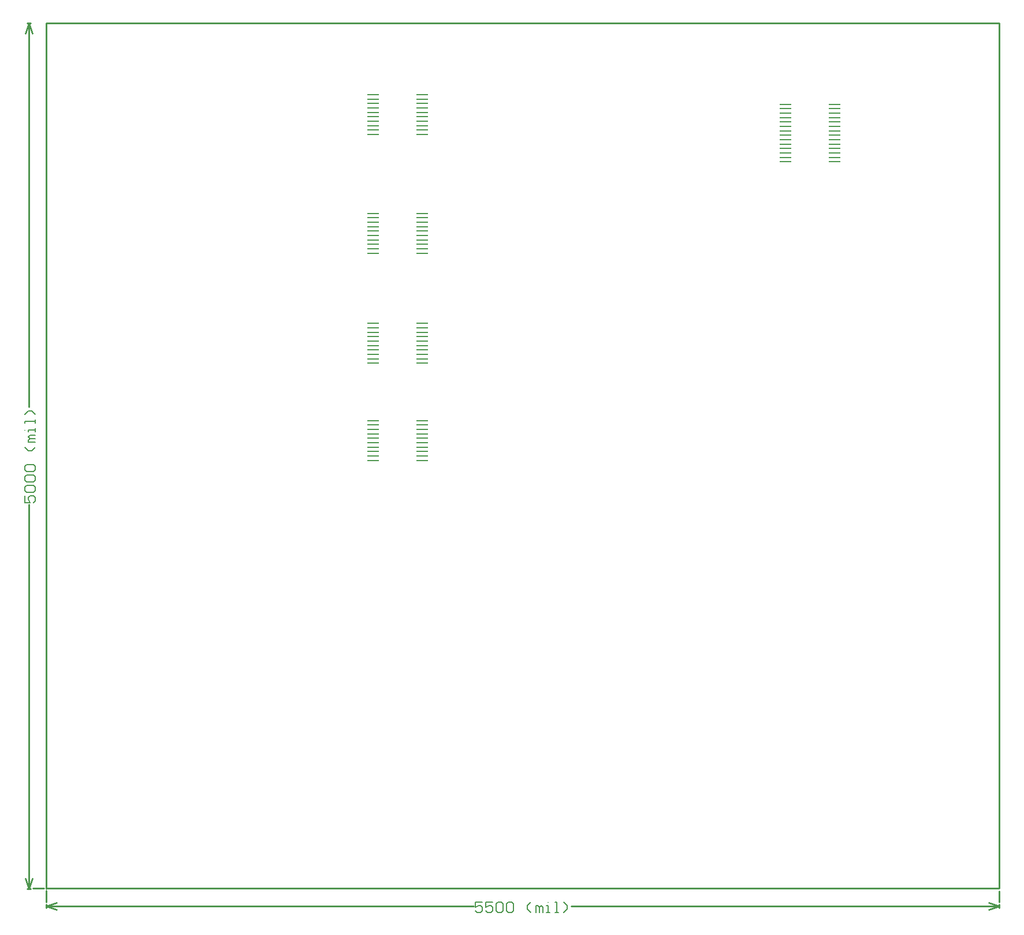
<source format=gtp>
*%FSLAX25Y25*%
*%MOIN*%
G01*
%ADD11C,0.00500*%
%ADD12C,0.00600*%
%ADD13C,0.00733*%
%ADD14C,0.00800*%
%ADD15C,0.00900*%
%ADD16C,0.01000*%
%ADD17C,0.01200*%
%ADD18C,0.01500*%
%ADD19C,0.01600*%
%ADD20C,0.01969*%
%ADD21C,0.02000*%
%ADD22C,0.02500*%
%ADD23C,0.03000*%
%ADD24C,0.03200*%
%ADD25C,0.03800*%
%ADD26C,0.04000*%
%ADD27C,0.04600*%
%ADD28C,0.05000*%
%ADD29C,0.05200*%
%ADD30C,0.06000*%
%ADD31C,0.06000*%
%ADD32C,0.06200*%
%ADD33C,0.06800*%
%ADD34C,0.07000*%
%ADD35C,0.07200*%
%ADD36C,0.07500*%
%ADD37C,0.07800*%
%ADD38C,0.08000*%
%ADD39C,0.08000*%
%ADD40C,0.08300*%
%ADD41C,0.08800*%
%ADD42C,0.09200*%
%ADD43C,0.10000*%
%ADD44C,0.10000*%
%ADD45C,0.10200*%
%ADD46C,0.10800*%
%ADD47C,0.11500*%
%ADD48C,0.12000*%
%ADD49C,0.12800*%
%ADD50C,0.13000*%
%ADD51C,0.13800*%
%ADD52C,0.14000*%
%ADD53C,0.15000*%
%ADD54C,0.15000*%
%ADD55C,0.15600*%
%ADD56C,0.15800*%
%ADD57C,0.16000*%
%ADD58C,0.18000*%
%ADD59C,0.18800*%
%ADD60C,0.19600*%
%ADD61C,0.25000*%
%ADD62C,0.25000*%
%ADD63R,0.06000X0.06000*%
%ADD64R,0.06800X0.06800*%
%ADD65R,0.07000X0.07000*%
%ADD66R,0.07500X0.07500*%
%ADD67R,0.07800X0.07800*%
%ADD68R,0.08000X0.08000*%
%ADD69R,0.08300X0.08300*%
%ADD70R,0.08800X0.08800*%
%ADD71O,0.07274X0.00975*%
%ADD72O,0.07274X0.00975*%
%ADD73O,0.07874X0.01575*%
%ADD74O,0.07874X0.01575*%
%ADD75O,0.08674X0.02375*%
%ADD76O,0.08674X0.02375*%
D12*
X87801Y322709D02*
Y326707D01*
Y322709D02*
X90800D01*
X89800Y324708D01*
Y325708D01*
X90800Y326707D01*
X92799D01*
X93799Y325708D01*
Y323708D01*
X92799Y322709D01*
X88801Y328707D02*
X87801Y329706D01*
Y331706D01*
X88801Y332705D01*
X92799D01*
X93799Y331706D01*
Y329706D01*
X92799Y328707D01*
X88801D01*
Y334705D02*
X87801Y335704D01*
Y337704D01*
X88801Y338703D01*
X92799D01*
X93799Y337704D01*
Y335704D01*
X92799Y334705D01*
X88801D01*
Y340703D02*
X87801Y341702D01*
Y343702D01*
X88801Y344702D01*
X92799D01*
X93799Y343702D01*
Y341702D01*
X92799Y340703D01*
X88801D01*
X91800Y352699D02*
X93799Y354698D01*
X91800Y352699D02*
X89800D01*
X87801Y354698D01*
X89800Y357697D02*
X93799D01*
X89800D02*
Y358697D01*
X90800Y359697D01*
X93799D01*
X90800D01*
X89800Y360696D01*
X90800Y361696D01*
X93799D01*
Y363695D02*
Y365695D01*
Y364695D01*
X89800D01*
Y363695D01*
X87801Y364695D02*
X87802D01*
X93799Y368694D02*
Y370693D01*
Y369693D01*
X87801D01*
Y368694D01*
X93799Y373692D02*
X91800Y375691D01*
X89800D01*
X87801Y373692D01*
X347909Y92199D02*
X351907D01*
X347909D02*
Y89200D01*
X349908Y90200D01*
X350908D01*
X351907Y89200D01*
Y87201D01*
X350908Y86201D01*
X348908D01*
X347909Y87201D01*
X353907Y92199D02*
X357905D01*
X353907D02*
Y89200D01*
X355906Y90200D01*
X356906D01*
X357905Y89200D01*
Y87201D01*
X356906Y86201D01*
X354906D01*
X353907Y87201D01*
X359905Y91199D02*
X360904Y92199D01*
X362904D01*
X363903Y91199D01*
Y87201D01*
X362904Y86201D01*
X360904D01*
X359905Y87201D01*
Y91199D01*
X365903D02*
X366902Y92199D01*
X368902D01*
X369902Y91199D01*
Y87201D01*
X368902Y86201D01*
X366902D01*
X365903Y87201D01*
Y91199D01*
X377899Y88200D02*
X379898Y86201D01*
X377899Y88200D02*
Y90200D01*
X379898Y92199D01*
X382897Y90200D02*
Y86201D01*
Y90200D02*
X383897D01*
X384897Y89200D01*
Y86201D01*
Y89200D01*
X385896Y90200D01*
X386896Y89200D01*
Y86201D01*
X388895D02*
X390895D01*
X389895D01*
Y90200D01*
X388895D01*
X389895Y92199D02*
X389896D01*
X393894Y86201D02*
X395893D01*
X394893D01*
Y92199D01*
X393894D01*
X398892Y86201D02*
X400891Y88200D01*
Y90200D01*
X398892Y92199D01*
D16*
X650000Y92000D02*
Y98400D01*
Y599800D02*
X100200D01*
X100000D02*
Y99800D01*
Y100000D02*
X650000D01*
X98900Y99900D02*
X92500D01*
X100200Y98600D02*
Y91900D01*
X650000Y100000D02*
Y599800D01*
X90200Y321709D02*
Y99800D01*
Y377891D02*
Y599800D01*
X88200Y105800D02*
X90200Y99800D01*
X92200Y105800D01*
X88200Y593800D02*
X90200Y599800D01*
X92200Y593800D01*
X91200Y99800D02*
X89200D01*
Y599800D02*
X91200D01*
X100000Y89800D02*
X346909D01*
X403091D02*
X650000D01*
X106000Y91800D02*
X100000Y89800D01*
X106000Y87800D01*
X644000Y91800D02*
X650000Y89800D01*
X644000Y87800D01*
X100000Y88800D02*
Y90800D01*
X650000D02*
Y88800D01*
D71*
X526637Y545135D02*
D03*
Y540017D02*
D03*
X554984Y532340D02*
D03*
X526637D02*
D03*
Y529781D02*
D03*
Y527222D02*
D03*
X316946Y545573D02*
D03*
X316946Y477031D02*
D03*
X316946Y413457D02*
D03*
Y357356D02*
D03*
X554984Y547694D02*
D03*
Y545135D02*
D03*
X526637Y537458D02*
D03*
X554984Y534899D02*
D03*
Y527222D02*
D03*
X316946Y558368D02*
D03*
Y555809D02*
D03*
Y550691D02*
D03*
Y548132D02*
D03*
X288600Y545573D02*
D03*
X316946Y489827D02*
D03*
Y487268D02*
D03*
Y482150D02*
D03*
Y479591D02*
D03*
X288600Y477031D02*
D03*
X316946Y426252D02*
D03*
Y423693D02*
D03*
Y418575D02*
D03*
Y416016D02*
D03*
X288600Y413457D02*
D03*
X316946Y370151D02*
D03*
Y367592D02*
D03*
Y362474D02*
D03*
Y359915D02*
D03*
X288600Y357356D02*
D03*
Y416016D02*
D03*
Y359915D02*
D03*
X288600Y367592D02*
D03*
Y370151D02*
D03*
X288600Y365033D02*
D03*
Y362474D02*
D03*
Y354797D02*
D03*
Y352238D02*
D03*
Y349679D02*
D03*
Y347120D02*
D03*
X316946Y354797D02*
D03*
Y349679D02*
D03*
Y347120D02*
D03*
Y352238D02*
D03*
X288600Y418575D02*
D03*
Y421134D02*
D03*
Y423693D02*
D03*
Y426252D02*
D03*
Y405780D02*
D03*
X316946Y403220D02*
D03*
Y408338D02*
D03*
Y405780D02*
D03*
Y410898D02*
D03*
X288600D02*
D03*
Y408338D02*
D03*
Y403220D02*
D03*
X554984Y519545D02*
D03*
Y522104D02*
D03*
Y524663D02*
D03*
Y529781D02*
D03*
Y537458D02*
D03*
Y540017D02*
D03*
Y542576D02*
D03*
Y550254D02*
D03*
Y552813D02*
D03*
X526637Y519545D02*
D03*
Y522104D02*
D03*
Y524663D02*
D03*
Y534899D02*
D03*
Y542576D02*
D03*
Y547694D02*
D03*
Y550254D02*
D03*
X316946Y365033D02*
D03*
Y421134D02*
D03*
Y484709D02*
D03*
Y474473D02*
D03*
Y469354D02*
D03*
X288600Y466795D02*
D03*
Y471913D02*
D03*
Y474473D02*
D03*
X316946Y471913D02*
D03*
Y466795D02*
D03*
X288600Y469354D02*
D03*
Y489827D02*
D03*
Y487268D02*
D03*
Y484709D02*
D03*
Y482150D02*
D03*
Y479591D02*
D03*
Y555809D02*
D03*
Y553250D02*
D03*
Y550691D02*
D03*
Y548132D02*
D03*
Y543014D02*
D03*
Y540455D02*
D03*
Y537896D02*
D03*
Y535337D02*
D03*
X316946Y553250D02*
D03*
Y535337D02*
D03*
Y540455D02*
D03*
X288600Y558368D02*
D03*
X316946Y537896D02*
D03*
Y543014D02*
D03*
D72*
X526637Y552813D02*
D03*
M02*

</source>
